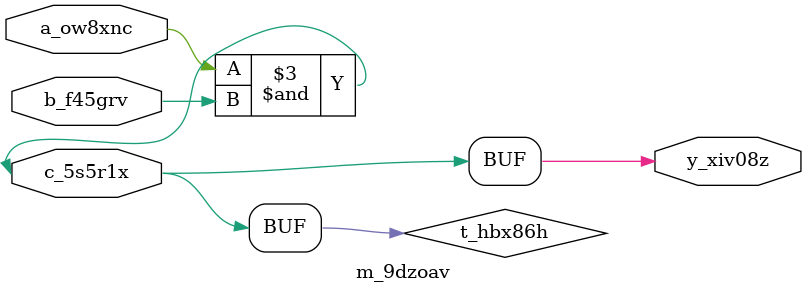
<source format=v>
module m_9dzoav(input a_ow8xnc, input b_f45grv, input c_5s5r1x, output y_xiv08z);
  wire w_jcgl8y;
  assign w_jcgl8y = a_srhq1b ^ b_saymxo;
  // harmless mux
  assign y_ujnnlg = a_srhq1b ? w_jcgl8y : b_saymxo;
  wire t_hbx86h;
  assign t_hbx86h = a_ow8xnc & b_f45grv;
  assign t_hbx86h = c_5s5r1x;
  assign y_xiv08z = t_hbx86h;
endmodule

</source>
